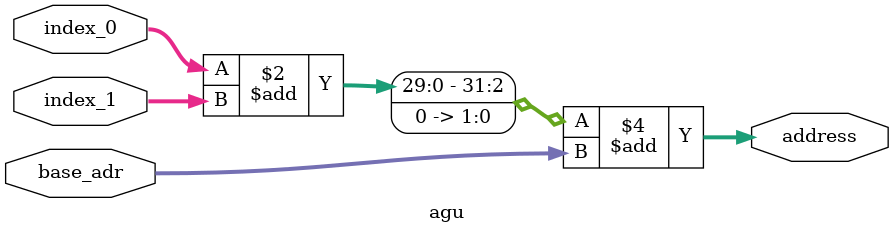
<source format=sv>

module agu
	( //INPUT
		input logic [10:0] 	index_0, // i_START a[i][j]
		input logic [10:0] 	index_1, // j_START a[i][j]		
		input logic [19:0] 	base_adr, // base address

	//OUTPUT
		output logic [31:0]	address
	);

	always_comb
	begin
		address = (((index_0 + index_1)<<2) + base_adr);
	end
endmodule // agu

</source>
